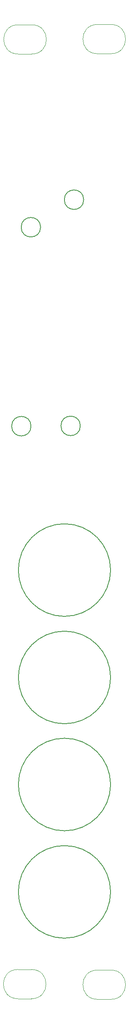
<source format=gbr>
%TF.GenerationSoftware,KiCad,Pcbnew,(5.1.9)-1*%
%TF.CreationDate,2021-09-21T19:29:37+01:00*%
%TF.ProjectId,Noise Faceplate,4e6f6973-6520-4466-9163-65706c617465,rev?*%
%TF.SameCoordinates,Original*%
%TF.FileFunction,Other,Comment*%
%FSLAX46Y46*%
G04 Gerber Fmt 4.6, Leading zero omitted, Abs format (unit mm)*
G04 Created by KiCad (PCBNEW (5.1.9)-1) date 2021-09-21 19:29:37*
%MOMM*%
%LPD*%
G01*
G04 APERTURE LIST*
%ADD10C,0.150000*%
%ADD11C,0.120000*%
G04 APERTURE END LIST*
D10*
%TO.C,H1*%
X43409000Y-115760500D02*
G75*
G03*
X43409000Y-115760500I-9500000J0D01*
G01*
%TO.C,H2*%
X37179000Y-86169500D02*
G75*
G03*
X37179000Y-86169500I-2000000J0D01*
G01*
D11*
%TO.C,H3*%
X24384000Y-3858000D02*
X27184000Y-3858000D01*
X24384000Y-9858000D02*
X27184000Y-9858000D01*
X27184000Y-3858000D02*
G75*
G02*
X27184000Y-9858000I0J-3000000D01*
G01*
X24384000Y-9858000D02*
G75*
G02*
X24384000Y-3858000I0J3000000D01*
G01*
D10*
%TO.C,H4*%
X43409000Y-137795000D02*
G75*
G03*
X43409000Y-137795000I-9500000J0D01*
G01*
%TO.C,H5*%
X27019000Y-86233000D02*
G75*
G03*
X27019000Y-86233000I-2000000J0D01*
G01*
D11*
%TO.C,H6*%
X40703500Y-9794500D02*
G75*
G02*
X40703500Y-3794500I0J3000000D01*
G01*
X43503500Y-3794500D02*
G75*
G02*
X43503500Y-9794500I0J-3000000D01*
G01*
X40703500Y-9794500D02*
X43503500Y-9794500D01*
X40703500Y-3794500D02*
X43503500Y-3794500D01*
D10*
%TO.C,H7*%
X43409000Y-181800500D02*
G75*
G03*
X43409000Y-181800500I-9500000J0D01*
G01*
%TO.C,H8*%
X28987500Y-45402500D02*
G75*
G03*
X28987500Y-45402500I-2000000J0D01*
G01*
D11*
%TO.C,H9*%
X40703500Y-197850500D02*
X43503500Y-197850500D01*
X40703500Y-203850500D02*
X43503500Y-203850500D01*
X43503500Y-197850500D02*
G75*
G02*
X43503500Y-203850500I0J-3000000D01*
G01*
X40703500Y-203850500D02*
G75*
G02*
X40703500Y-197850500I0J3000000D01*
G01*
D10*
%TO.C,H10*%
X43409000Y-159766000D02*
G75*
G03*
X43409000Y-159766000I-9500000J0D01*
G01*
%TO.C,H11*%
X37877500Y-39751000D02*
G75*
G03*
X37877500Y-39751000I-2000000J0D01*
G01*
D11*
%TO.C,H12*%
X24317500Y-203723500D02*
G75*
G02*
X24317500Y-197723500I0J3000000D01*
G01*
X27117500Y-197723500D02*
G75*
G02*
X27117500Y-203723500I0J-3000000D01*
G01*
X24317500Y-203723500D02*
X27117500Y-203723500D01*
X24317500Y-197723500D02*
X27117500Y-197723500D01*
%TD*%
M02*

</source>
